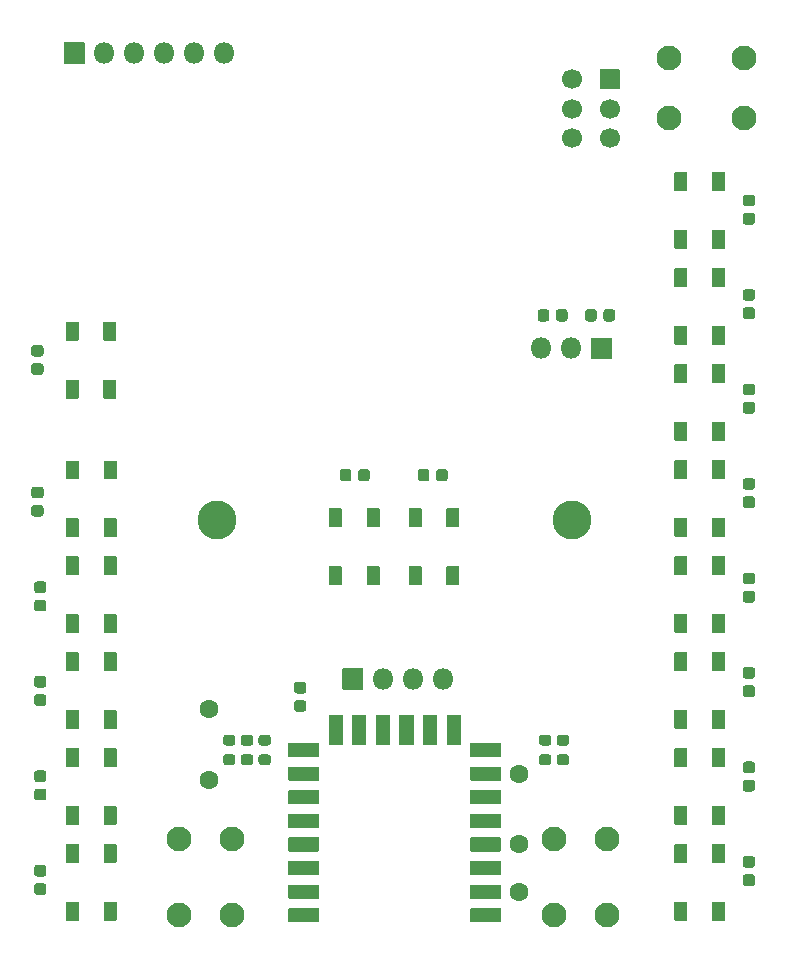
<source format=gbr>
%TF.GenerationSoftware,KiCad,Pcbnew,(5.1.7)-1*%
%TF.CreationDate,2020-10-27T19:53:13+01:00*%
%TF.ProjectId,Spytag,53707974-6167-42e6-9b69-6361645f7063,rev?*%
%TF.SameCoordinates,Original*%
%TF.FileFunction,Soldermask,Top*%
%TF.FilePolarity,Negative*%
%FSLAX46Y46*%
G04 Gerber Fmt 4.6, Leading zero omitted, Abs format (unit mm)*
G04 Created by KiCad (PCBNEW (5.1.7)-1) date 2020-10-27 19:53:13*
%MOMM*%
%LPD*%
G01*
G04 APERTURE LIST*
%ADD10C,1.600000*%
%ADD11C,2.100000*%
%ADD12C,1.700000*%
%ADD13C,3.300000*%
%ADD14O,1.800000X1.800000*%
G04 APERTURE END LIST*
%TO.C,U1*%
G36*
G01*
X138000000Y-142450000D02*
X138000000Y-143550000D01*
G75*
G02*
X137950000Y-143600000I-50000J0D01*
G01*
X135450000Y-143600000D01*
G75*
G02*
X135400000Y-143550000I0J50000D01*
G01*
X135400000Y-142450000D01*
G75*
G02*
X135450000Y-142400000I50000J0D01*
G01*
X137950000Y-142400000D01*
G75*
G02*
X138000000Y-142450000I0J-50000D01*
G01*
G37*
G36*
G01*
X138000000Y-140450000D02*
X138000000Y-141550000D01*
G75*
G02*
X137950000Y-141600000I-50000J0D01*
G01*
X135450000Y-141600000D01*
G75*
G02*
X135400000Y-141550000I0J50000D01*
G01*
X135400000Y-140450000D01*
G75*
G02*
X135450000Y-140400000I50000J0D01*
G01*
X137950000Y-140400000D01*
G75*
G02*
X138000000Y-140450000I0J-50000D01*
G01*
G37*
G36*
G01*
X138000000Y-138450000D02*
X138000000Y-139550000D01*
G75*
G02*
X137950000Y-139600000I-50000J0D01*
G01*
X135450000Y-139600000D01*
G75*
G02*
X135400000Y-139550000I0J50000D01*
G01*
X135400000Y-138450000D01*
G75*
G02*
X135450000Y-138400000I50000J0D01*
G01*
X137950000Y-138400000D01*
G75*
G02*
X138000000Y-138450000I0J-50000D01*
G01*
G37*
G36*
G01*
X138000000Y-136450000D02*
X138000000Y-137550000D01*
G75*
G02*
X137950000Y-137600000I-50000J0D01*
G01*
X135450000Y-137600000D01*
G75*
G02*
X135400000Y-137550000I0J50000D01*
G01*
X135400000Y-136450000D01*
G75*
G02*
X135450000Y-136400000I50000J0D01*
G01*
X137950000Y-136400000D01*
G75*
G02*
X138000000Y-136450000I0J-50000D01*
G01*
G37*
G36*
G01*
X138000000Y-134450000D02*
X138000000Y-135550000D01*
G75*
G02*
X137950000Y-135600000I-50000J0D01*
G01*
X135450000Y-135600000D01*
G75*
G02*
X135400000Y-135550000I0J50000D01*
G01*
X135400000Y-134450000D01*
G75*
G02*
X135450000Y-134400000I50000J0D01*
G01*
X137950000Y-134400000D01*
G75*
G02*
X138000000Y-134450000I0J-50000D01*
G01*
G37*
G36*
G01*
X138000000Y-132450000D02*
X138000000Y-133550000D01*
G75*
G02*
X137950000Y-133600000I-50000J0D01*
G01*
X135450000Y-133600000D01*
G75*
G02*
X135400000Y-133550000I0J50000D01*
G01*
X135400000Y-132450000D01*
G75*
G02*
X135450000Y-132400000I50000J0D01*
G01*
X137950000Y-132400000D01*
G75*
G02*
X138000000Y-132450000I0J-50000D01*
G01*
G37*
G36*
G01*
X138000000Y-130450000D02*
X138000000Y-131550000D01*
G75*
G02*
X137950000Y-131600000I-50000J0D01*
G01*
X135450000Y-131600000D01*
G75*
G02*
X135400000Y-131550000I0J50000D01*
G01*
X135400000Y-130450000D01*
G75*
G02*
X135450000Y-130400000I50000J0D01*
G01*
X137950000Y-130400000D01*
G75*
G02*
X138000000Y-130450000I0J-50000D01*
G01*
G37*
G36*
G01*
X138000000Y-128450000D02*
X138000000Y-129550000D01*
G75*
G02*
X137950000Y-129600000I-50000J0D01*
G01*
X135450000Y-129600000D01*
G75*
G02*
X135400000Y-129550000I0J50000D01*
G01*
X135400000Y-128450000D01*
G75*
G02*
X135450000Y-128400000I50000J0D01*
G01*
X137950000Y-128400000D01*
G75*
G02*
X138000000Y-128450000I0J-50000D01*
G01*
G37*
G36*
G01*
X122600000Y-128450000D02*
X122600000Y-129550000D01*
G75*
G02*
X122550000Y-129600000I-50000J0D01*
G01*
X120050000Y-129600000D01*
G75*
G02*
X120000000Y-129550000I0J50000D01*
G01*
X120000000Y-128450000D01*
G75*
G02*
X120050000Y-128400000I50000J0D01*
G01*
X122550000Y-128400000D01*
G75*
G02*
X122600000Y-128450000I0J-50000D01*
G01*
G37*
G36*
G01*
X122600000Y-130450000D02*
X122600000Y-131550000D01*
G75*
G02*
X122550000Y-131600000I-50000J0D01*
G01*
X120050000Y-131600000D01*
G75*
G02*
X120000000Y-131550000I0J50000D01*
G01*
X120000000Y-130450000D01*
G75*
G02*
X120050000Y-130400000I50000J0D01*
G01*
X122550000Y-130400000D01*
G75*
G02*
X122600000Y-130450000I0J-50000D01*
G01*
G37*
G36*
G01*
X122600000Y-132450000D02*
X122600000Y-133550000D01*
G75*
G02*
X122550000Y-133600000I-50000J0D01*
G01*
X120050000Y-133600000D01*
G75*
G02*
X120000000Y-133550000I0J50000D01*
G01*
X120000000Y-132450000D01*
G75*
G02*
X120050000Y-132400000I50000J0D01*
G01*
X122550000Y-132400000D01*
G75*
G02*
X122600000Y-132450000I0J-50000D01*
G01*
G37*
G36*
G01*
X122600000Y-134450000D02*
X122600000Y-135550000D01*
G75*
G02*
X122550000Y-135600000I-50000J0D01*
G01*
X120050000Y-135600000D01*
G75*
G02*
X120000000Y-135550000I0J50000D01*
G01*
X120000000Y-134450000D01*
G75*
G02*
X120050000Y-134400000I50000J0D01*
G01*
X122550000Y-134400000D01*
G75*
G02*
X122600000Y-134450000I0J-50000D01*
G01*
G37*
G36*
G01*
X122600000Y-136450000D02*
X122600000Y-137550000D01*
G75*
G02*
X122550000Y-137600000I-50000J0D01*
G01*
X120050000Y-137600000D01*
G75*
G02*
X120000000Y-137550000I0J50000D01*
G01*
X120000000Y-136450000D01*
G75*
G02*
X120050000Y-136400000I50000J0D01*
G01*
X122550000Y-136400000D01*
G75*
G02*
X122600000Y-136450000I0J-50000D01*
G01*
G37*
G36*
G01*
X122600000Y-138450000D02*
X122600000Y-139550000D01*
G75*
G02*
X122550000Y-139600000I-50000J0D01*
G01*
X120050000Y-139600000D01*
G75*
G02*
X120000000Y-139550000I0J50000D01*
G01*
X120000000Y-138450000D01*
G75*
G02*
X120050000Y-138400000I50000J0D01*
G01*
X122550000Y-138400000D01*
G75*
G02*
X122600000Y-138450000I0J-50000D01*
G01*
G37*
G36*
G01*
X122600000Y-140450000D02*
X122600000Y-141550000D01*
G75*
G02*
X122550000Y-141600000I-50000J0D01*
G01*
X120050000Y-141600000D01*
G75*
G02*
X120000000Y-141550000I0J50000D01*
G01*
X120000000Y-140450000D01*
G75*
G02*
X120050000Y-140400000I50000J0D01*
G01*
X122550000Y-140400000D01*
G75*
G02*
X122600000Y-140450000I0J-50000D01*
G01*
G37*
G36*
G01*
X122600000Y-142450000D02*
X122600000Y-143550000D01*
G75*
G02*
X122550000Y-143600000I-50000J0D01*
G01*
X120050000Y-143600000D01*
G75*
G02*
X120000000Y-143550000I0J50000D01*
G01*
X120000000Y-142450000D01*
G75*
G02*
X120050000Y-142400000I50000J0D01*
G01*
X122550000Y-142400000D01*
G75*
G02*
X122600000Y-142450000I0J-50000D01*
G01*
G37*
G36*
G01*
X133460000Y-126000000D02*
X134560000Y-126000000D01*
G75*
G02*
X134610000Y-126050000I0J-50000D01*
G01*
X134610000Y-128550000D01*
G75*
G02*
X134560000Y-128600000I-50000J0D01*
G01*
X133460000Y-128600000D01*
G75*
G02*
X133410000Y-128550000I0J50000D01*
G01*
X133410000Y-126050000D01*
G75*
G02*
X133460000Y-126000000I50000J0D01*
G01*
G37*
G36*
G01*
X131460000Y-126000000D02*
X132560000Y-126000000D01*
G75*
G02*
X132610000Y-126050000I0J-50000D01*
G01*
X132610000Y-128550000D01*
G75*
G02*
X132560000Y-128600000I-50000J0D01*
G01*
X131460000Y-128600000D01*
G75*
G02*
X131410000Y-128550000I0J50000D01*
G01*
X131410000Y-126050000D01*
G75*
G02*
X131460000Y-126000000I50000J0D01*
G01*
G37*
G36*
G01*
X129460000Y-126000000D02*
X130560000Y-126000000D01*
G75*
G02*
X130610000Y-126050000I0J-50000D01*
G01*
X130610000Y-128550000D01*
G75*
G02*
X130560000Y-128600000I-50000J0D01*
G01*
X129460000Y-128600000D01*
G75*
G02*
X129410000Y-128550000I0J50000D01*
G01*
X129410000Y-126050000D01*
G75*
G02*
X129460000Y-126000000I50000J0D01*
G01*
G37*
G36*
G01*
X127460000Y-126000000D02*
X128560000Y-126000000D01*
G75*
G02*
X128610000Y-126050000I0J-50000D01*
G01*
X128610000Y-128550000D01*
G75*
G02*
X128560000Y-128600000I-50000J0D01*
G01*
X127460000Y-128600000D01*
G75*
G02*
X127410000Y-128550000I0J50000D01*
G01*
X127410000Y-126050000D01*
G75*
G02*
X127460000Y-126000000I50000J0D01*
G01*
G37*
G36*
G01*
X125460000Y-126000000D02*
X126560000Y-126000000D01*
G75*
G02*
X126610000Y-126050000I0J-50000D01*
G01*
X126610000Y-128550000D01*
G75*
G02*
X126560000Y-128600000I-50000J0D01*
G01*
X125460000Y-128600000D01*
G75*
G02*
X125410000Y-128550000I0J50000D01*
G01*
X125410000Y-126050000D01*
G75*
G02*
X125460000Y-126000000I50000J0D01*
G01*
G37*
G36*
G01*
X123460000Y-126000000D02*
X124560000Y-126000000D01*
G75*
G02*
X124610000Y-126050000I0J-50000D01*
G01*
X124610000Y-128550000D01*
G75*
G02*
X124560000Y-128600000I-50000J0D01*
G01*
X123460000Y-128600000D01*
G75*
G02*
X123410000Y-128550000I0J50000D01*
G01*
X123410000Y-126050000D01*
G75*
G02*
X123460000Y-126000000I50000J0D01*
G01*
G37*
%TD*%
D10*
%TO.C,TP1*%
X139500000Y-131000000D03*
%TD*%
%TO.C,TP2*%
X139500000Y-137000000D03*
%TD*%
%TO.C,TP3*%
X139500000Y-141000000D03*
%TD*%
D11*
%TO.C,BT1*%
X152190000Y-75460000D03*
X158540000Y-75460000D03*
X158540000Y-70380000D03*
X152190000Y-70380000D03*
%TD*%
%TO.C,C1*%
G36*
G01*
X126899000Y-105461000D02*
X126899000Y-106011000D01*
G75*
G02*
X126649000Y-106261000I-250000J0D01*
G01*
X126149000Y-106261000D01*
G75*
G02*
X125899000Y-106011000I0J250000D01*
G01*
X125899000Y-105461000D01*
G75*
G02*
X126149000Y-105211000I250000J0D01*
G01*
X126649000Y-105211000D01*
G75*
G02*
X126899000Y-105461000I0J-250000D01*
G01*
G37*
G36*
G01*
X125349000Y-105461000D02*
X125349000Y-106011000D01*
G75*
G02*
X125099000Y-106261000I-250000J0D01*
G01*
X124599000Y-106261000D01*
G75*
G02*
X124349000Y-106011000I0J250000D01*
G01*
X124349000Y-105461000D01*
G75*
G02*
X124599000Y-105211000I250000J0D01*
G01*
X125099000Y-105211000D01*
G75*
G02*
X125349000Y-105461000I0J-250000D01*
G01*
G37*
%TD*%
%TO.C,C2*%
G36*
G01*
X131953000Y-105461000D02*
X131953000Y-106011000D01*
G75*
G02*
X131703000Y-106261000I-250000J0D01*
G01*
X131203000Y-106261000D01*
G75*
G02*
X130953000Y-106011000I0J250000D01*
G01*
X130953000Y-105461000D01*
G75*
G02*
X131203000Y-105211000I250000J0D01*
G01*
X131703000Y-105211000D01*
G75*
G02*
X131953000Y-105461000I0J-250000D01*
G01*
G37*
G36*
G01*
X133503000Y-105461000D02*
X133503000Y-106011000D01*
G75*
G02*
X133253000Y-106261000I-250000J0D01*
G01*
X132753000Y-106261000D01*
G75*
G02*
X132503000Y-106011000I0J250000D01*
G01*
X132503000Y-105461000D01*
G75*
G02*
X132753000Y-105211000I250000J0D01*
G01*
X133253000Y-105211000D01*
G75*
G02*
X133503000Y-105461000I0J-250000D01*
G01*
G37*
%TD*%
%TO.C,C3*%
G36*
G01*
X158725000Y-137975000D02*
X159275000Y-137975000D01*
G75*
G02*
X159525000Y-138225000I0J-250000D01*
G01*
X159525000Y-138725000D01*
G75*
G02*
X159275000Y-138975000I-250000J0D01*
G01*
X158725000Y-138975000D01*
G75*
G02*
X158475000Y-138725000I0J250000D01*
G01*
X158475000Y-138225000D01*
G75*
G02*
X158725000Y-137975000I250000J0D01*
G01*
G37*
G36*
G01*
X158725000Y-139525000D02*
X159275000Y-139525000D01*
G75*
G02*
X159525000Y-139775000I0J-250000D01*
G01*
X159525000Y-140275000D01*
G75*
G02*
X159275000Y-140525000I-250000J0D01*
G01*
X158725000Y-140525000D01*
G75*
G02*
X158475000Y-140275000I0J250000D01*
G01*
X158475000Y-139775000D01*
G75*
G02*
X158725000Y-139525000I250000J0D01*
G01*
G37*
%TD*%
%TO.C,C4*%
G36*
G01*
X158725000Y-131525000D02*
X159275000Y-131525000D01*
G75*
G02*
X159525000Y-131775000I0J-250000D01*
G01*
X159525000Y-132275000D01*
G75*
G02*
X159275000Y-132525000I-250000J0D01*
G01*
X158725000Y-132525000D01*
G75*
G02*
X158475000Y-132275000I0J250000D01*
G01*
X158475000Y-131775000D01*
G75*
G02*
X158725000Y-131525000I250000J0D01*
G01*
G37*
G36*
G01*
X158725000Y-129975000D02*
X159275000Y-129975000D01*
G75*
G02*
X159525000Y-130225000I0J-250000D01*
G01*
X159525000Y-130725000D01*
G75*
G02*
X159275000Y-130975000I-250000J0D01*
G01*
X158725000Y-130975000D01*
G75*
G02*
X158475000Y-130725000I0J250000D01*
G01*
X158475000Y-130225000D01*
G75*
G02*
X158725000Y-129975000I250000J0D01*
G01*
G37*
%TD*%
%TO.C,C5*%
G36*
G01*
X158725000Y-123525000D02*
X159275000Y-123525000D01*
G75*
G02*
X159525000Y-123775000I0J-250000D01*
G01*
X159525000Y-124275000D01*
G75*
G02*
X159275000Y-124525000I-250000J0D01*
G01*
X158725000Y-124525000D01*
G75*
G02*
X158475000Y-124275000I0J250000D01*
G01*
X158475000Y-123775000D01*
G75*
G02*
X158725000Y-123525000I250000J0D01*
G01*
G37*
G36*
G01*
X158725000Y-121975000D02*
X159275000Y-121975000D01*
G75*
G02*
X159525000Y-122225000I0J-250000D01*
G01*
X159525000Y-122725000D01*
G75*
G02*
X159275000Y-122975000I-250000J0D01*
G01*
X158725000Y-122975000D01*
G75*
G02*
X158475000Y-122725000I0J250000D01*
G01*
X158475000Y-122225000D01*
G75*
G02*
X158725000Y-121975000I250000J0D01*
G01*
G37*
%TD*%
%TO.C,C6*%
G36*
G01*
X158725000Y-113975000D02*
X159275000Y-113975000D01*
G75*
G02*
X159525000Y-114225000I0J-250000D01*
G01*
X159525000Y-114725000D01*
G75*
G02*
X159275000Y-114975000I-250000J0D01*
G01*
X158725000Y-114975000D01*
G75*
G02*
X158475000Y-114725000I0J250000D01*
G01*
X158475000Y-114225000D01*
G75*
G02*
X158725000Y-113975000I250000J0D01*
G01*
G37*
G36*
G01*
X158725000Y-115525000D02*
X159275000Y-115525000D01*
G75*
G02*
X159525000Y-115775000I0J-250000D01*
G01*
X159525000Y-116275000D01*
G75*
G02*
X159275000Y-116525000I-250000J0D01*
G01*
X158725000Y-116525000D01*
G75*
G02*
X158475000Y-116275000I0J250000D01*
G01*
X158475000Y-115775000D01*
G75*
G02*
X158725000Y-115525000I250000J0D01*
G01*
G37*
%TD*%
%TO.C,C7*%
G36*
G01*
X158725000Y-107525000D02*
X159275000Y-107525000D01*
G75*
G02*
X159525000Y-107775000I0J-250000D01*
G01*
X159525000Y-108275000D01*
G75*
G02*
X159275000Y-108525000I-250000J0D01*
G01*
X158725000Y-108525000D01*
G75*
G02*
X158475000Y-108275000I0J250000D01*
G01*
X158475000Y-107775000D01*
G75*
G02*
X158725000Y-107525000I250000J0D01*
G01*
G37*
G36*
G01*
X158725000Y-105975000D02*
X159275000Y-105975000D01*
G75*
G02*
X159525000Y-106225000I0J-250000D01*
G01*
X159525000Y-106725000D01*
G75*
G02*
X159275000Y-106975000I-250000J0D01*
G01*
X158725000Y-106975000D01*
G75*
G02*
X158475000Y-106725000I0J250000D01*
G01*
X158475000Y-106225000D01*
G75*
G02*
X158725000Y-105975000I250000J0D01*
G01*
G37*
%TD*%
%TO.C,C8*%
G36*
G01*
X158725000Y-99525000D02*
X159275000Y-99525000D01*
G75*
G02*
X159525000Y-99775000I0J-250000D01*
G01*
X159525000Y-100275000D01*
G75*
G02*
X159275000Y-100525000I-250000J0D01*
G01*
X158725000Y-100525000D01*
G75*
G02*
X158475000Y-100275000I0J250000D01*
G01*
X158475000Y-99775000D01*
G75*
G02*
X158725000Y-99525000I250000J0D01*
G01*
G37*
G36*
G01*
X158725000Y-97975000D02*
X159275000Y-97975000D01*
G75*
G02*
X159525000Y-98225000I0J-250000D01*
G01*
X159525000Y-98725000D01*
G75*
G02*
X159275000Y-98975000I-250000J0D01*
G01*
X158725000Y-98975000D01*
G75*
G02*
X158475000Y-98725000I0J250000D01*
G01*
X158475000Y-98225000D01*
G75*
G02*
X158725000Y-97975000I250000J0D01*
G01*
G37*
%TD*%
%TO.C,C9*%
G36*
G01*
X158725000Y-89975000D02*
X159275000Y-89975000D01*
G75*
G02*
X159525000Y-90225000I0J-250000D01*
G01*
X159525000Y-90725000D01*
G75*
G02*
X159275000Y-90975000I-250000J0D01*
G01*
X158725000Y-90975000D01*
G75*
G02*
X158475000Y-90725000I0J250000D01*
G01*
X158475000Y-90225000D01*
G75*
G02*
X158725000Y-89975000I250000J0D01*
G01*
G37*
G36*
G01*
X158725000Y-91525000D02*
X159275000Y-91525000D01*
G75*
G02*
X159525000Y-91775000I0J-250000D01*
G01*
X159525000Y-92275000D01*
G75*
G02*
X159275000Y-92525000I-250000J0D01*
G01*
X158725000Y-92525000D01*
G75*
G02*
X158475000Y-92275000I0J250000D01*
G01*
X158475000Y-91775000D01*
G75*
G02*
X158725000Y-91525000I250000J0D01*
G01*
G37*
%TD*%
%TO.C,C10*%
G36*
G01*
X158725000Y-83525000D02*
X159275000Y-83525000D01*
G75*
G02*
X159525000Y-83775000I0J-250000D01*
G01*
X159525000Y-84275000D01*
G75*
G02*
X159275000Y-84525000I-250000J0D01*
G01*
X158725000Y-84525000D01*
G75*
G02*
X158475000Y-84275000I0J250000D01*
G01*
X158475000Y-83775000D01*
G75*
G02*
X158725000Y-83525000I250000J0D01*
G01*
G37*
G36*
G01*
X158725000Y-81975000D02*
X159275000Y-81975000D01*
G75*
G02*
X159525000Y-82225000I0J-250000D01*
G01*
X159525000Y-82725000D01*
G75*
G02*
X159275000Y-82975000I-250000J0D01*
G01*
X158725000Y-82975000D01*
G75*
G02*
X158475000Y-82725000I0J250000D01*
G01*
X158475000Y-82225000D01*
G75*
G02*
X158725000Y-81975000I250000J0D01*
G01*
G37*
%TD*%
%TO.C,C11*%
G36*
G01*
X98725000Y-138725000D02*
X99275000Y-138725000D01*
G75*
G02*
X99525000Y-138975000I0J-250000D01*
G01*
X99525000Y-139475000D01*
G75*
G02*
X99275000Y-139725000I-250000J0D01*
G01*
X98725000Y-139725000D01*
G75*
G02*
X98475000Y-139475000I0J250000D01*
G01*
X98475000Y-138975000D01*
G75*
G02*
X98725000Y-138725000I250000J0D01*
G01*
G37*
G36*
G01*
X98725000Y-140275000D02*
X99275000Y-140275000D01*
G75*
G02*
X99525000Y-140525000I0J-250000D01*
G01*
X99525000Y-141025000D01*
G75*
G02*
X99275000Y-141275000I-250000J0D01*
G01*
X98725000Y-141275000D01*
G75*
G02*
X98475000Y-141025000I0J250000D01*
G01*
X98475000Y-140525000D01*
G75*
G02*
X98725000Y-140275000I250000J0D01*
G01*
G37*
%TD*%
%TO.C,C12*%
G36*
G01*
X98725000Y-130725000D02*
X99275000Y-130725000D01*
G75*
G02*
X99525000Y-130975000I0J-250000D01*
G01*
X99525000Y-131475000D01*
G75*
G02*
X99275000Y-131725000I-250000J0D01*
G01*
X98725000Y-131725000D01*
G75*
G02*
X98475000Y-131475000I0J250000D01*
G01*
X98475000Y-130975000D01*
G75*
G02*
X98725000Y-130725000I250000J0D01*
G01*
G37*
G36*
G01*
X98725000Y-132275000D02*
X99275000Y-132275000D01*
G75*
G02*
X99525000Y-132525000I0J-250000D01*
G01*
X99525000Y-133025000D01*
G75*
G02*
X99275000Y-133275000I-250000J0D01*
G01*
X98725000Y-133275000D01*
G75*
G02*
X98475000Y-133025000I0J250000D01*
G01*
X98475000Y-132525000D01*
G75*
G02*
X98725000Y-132275000I250000J0D01*
G01*
G37*
%TD*%
%TO.C,C13*%
G36*
G01*
X98725000Y-122725000D02*
X99275000Y-122725000D01*
G75*
G02*
X99525000Y-122975000I0J-250000D01*
G01*
X99525000Y-123475000D01*
G75*
G02*
X99275000Y-123725000I-250000J0D01*
G01*
X98725000Y-123725000D01*
G75*
G02*
X98475000Y-123475000I0J250000D01*
G01*
X98475000Y-122975000D01*
G75*
G02*
X98725000Y-122725000I250000J0D01*
G01*
G37*
G36*
G01*
X98725000Y-124275000D02*
X99275000Y-124275000D01*
G75*
G02*
X99525000Y-124525000I0J-250000D01*
G01*
X99525000Y-125025000D01*
G75*
G02*
X99275000Y-125275000I-250000J0D01*
G01*
X98725000Y-125275000D01*
G75*
G02*
X98475000Y-125025000I0J250000D01*
G01*
X98475000Y-124525000D01*
G75*
G02*
X98725000Y-124275000I250000J0D01*
G01*
G37*
%TD*%
%TO.C,C14*%
G36*
G01*
X98725000Y-116275000D02*
X99275000Y-116275000D01*
G75*
G02*
X99525000Y-116525000I0J-250000D01*
G01*
X99525000Y-117025000D01*
G75*
G02*
X99275000Y-117275000I-250000J0D01*
G01*
X98725000Y-117275000D01*
G75*
G02*
X98475000Y-117025000I0J250000D01*
G01*
X98475000Y-116525000D01*
G75*
G02*
X98725000Y-116275000I250000J0D01*
G01*
G37*
G36*
G01*
X98725000Y-114725000D02*
X99275000Y-114725000D01*
G75*
G02*
X99525000Y-114975000I0J-250000D01*
G01*
X99525000Y-115475000D01*
G75*
G02*
X99275000Y-115725000I-250000J0D01*
G01*
X98725000Y-115725000D01*
G75*
G02*
X98475000Y-115475000I0J250000D01*
G01*
X98475000Y-114975000D01*
G75*
G02*
X98725000Y-114725000I250000J0D01*
G01*
G37*
%TD*%
%TO.C,C15*%
G36*
G01*
X98475000Y-106700000D02*
X99025000Y-106700000D01*
G75*
G02*
X99275000Y-106950000I0J-250000D01*
G01*
X99275000Y-107450000D01*
G75*
G02*
X99025000Y-107700000I-250000J0D01*
G01*
X98475000Y-107700000D01*
G75*
G02*
X98225000Y-107450000I0J250000D01*
G01*
X98225000Y-106950000D01*
G75*
G02*
X98475000Y-106700000I250000J0D01*
G01*
G37*
G36*
G01*
X98475000Y-108250000D02*
X99025000Y-108250000D01*
G75*
G02*
X99275000Y-108500000I0J-250000D01*
G01*
X99275000Y-109000000D01*
G75*
G02*
X99025000Y-109250000I-250000J0D01*
G01*
X98475000Y-109250000D01*
G75*
G02*
X98225000Y-109000000I0J250000D01*
G01*
X98225000Y-108500000D01*
G75*
G02*
X98475000Y-108250000I250000J0D01*
G01*
G37*
%TD*%
%TO.C,C16*%
G36*
G01*
X98475000Y-96250000D02*
X99025000Y-96250000D01*
G75*
G02*
X99275000Y-96500000I0J-250000D01*
G01*
X99275000Y-97000000D01*
G75*
G02*
X99025000Y-97250000I-250000J0D01*
G01*
X98475000Y-97250000D01*
G75*
G02*
X98225000Y-97000000I0J250000D01*
G01*
X98225000Y-96500000D01*
G75*
G02*
X98475000Y-96250000I250000J0D01*
G01*
G37*
G36*
G01*
X98475000Y-94700000D02*
X99025000Y-94700000D01*
G75*
G02*
X99275000Y-94950000I0J-250000D01*
G01*
X99275000Y-95450000D01*
G75*
G02*
X99025000Y-95700000I-250000J0D01*
G01*
X98475000Y-95700000D01*
G75*
G02*
X98225000Y-95450000I0J250000D01*
G01*
X98225000Y-94950000D01*
G75*
G02*
X98475000Y-94700000I250000J0D01*
G01*
G37*
%TD*%
%TO.C,C17*%
G36*
G01*
X120725000Y-124775000D02*
X121275000Y-124775000D01*
G75*
G02*
X121525000Y-125025000I0J-250000D01*
G01*
X121525000Y-125525000D01*
G75*
G02*
X121275000Y-125775000I-250000J0D01*
G01*
X120725000Y-125775000D01*
G75*
G02*
X120475000Y-125525000I0J250000D01*
G01*
X120475000Y-125025000D01*
G75*
G02*
X120725000Y-124775000I250000J0D01*
G01*
G37*
G36*
G01*
X120725000Y-123225000D02*
X121275000Y-123225000D01*
G75*
G02*
X121525000Y-123475000I0J-250000D01*
G01*
X121525000Y-123975000D01*
G75*
G02*
X121275000Y-124225000I-250000J0D01*
G01*
X120725000Y-124225000D01*
G75*
G02*
X120475000Y-123975000I0J250000D01*
G01*
X120475000Y-123475000D01*
G75*
G02*
X120725000Y-123225000I250000J0D01*
G01*
G37*
%TD*%
%TO.C,C18*%
G36*
G01*
X147675000Y-91925000D02*
X147675000Y-92475000D01*
G75*
G02*
X147425000Y-92725000I-250000J0D01*
G01*
X146925000Y-92725000D01*
G75*
G02*
X146675000Y-92475000I0J250000D01*
G01*
X146675000Y-91925000D01*
G75*
G02*
X146925000Y-91675000I250000J0D01*
G01*
X147425000Y-91675000D01*
G75*
G02*
X147675000Y-91925000I0J-250000D01*
G01*
G37*
G36*
G01*
X146125000Y-91925000D02*
X146125000Y-92475000D01*
G75*
G02*
X145875000Y-92725000I-250000J0D01*
G01*
X145375000Y-92725000D01*
G75*
G02*
X145125000Y-92475000I0J250000D01*
G01*
X145125000Y-91925000D01*
G75*
G02*
X145375000Y-91675000I250000J0D01*
G01*
X145875000Y-91675000D01*
G75*
G02*
X146125000Y-91925000I0J-250000D01*
G01*
G37*
%TD*%
%TO.C,C19*%
G36*
G01*
X141100000Y-92475000D02*
X141100000Y-91925000D01*
G75*
G02*
X141350000Y-91675000I250000J0D01*
G01*
X141850000Y-91675000D01*
G75*
G02*
X142100000Y-91925000I0J-250000D01*
G01*
X142100000Y-92475000D01*
G75*
G02*
X141850000Y-92725000I-250000J0D01*
G01*
X141350000Y-92725000D01*
G75*
G02*
X141100000Y-92475000I0J250000D01*
G01*
G37*
G36*
G01*
X142650000Y-92475000D02*
X142650000Y-91925000D01*
G75*
G02*
X142900000Y-91675000I250000J0D01*
G01*
X143400000Y-91675000D01*
G75*
G02*
X143650000Y-91925000I0J-250000D01*
G01*
X143650000Y-92475000D01*
G75*
G02*
X143400000Y-92725000I-250000J0D01*
G01*
X142900000Y-92725000D01*
G75*
G02*
X142650000Y-92475000I0J250000D01*
G01*
G37*
%TD*%
%TO.C,D1*%
G36*
G01*
X126672000Y-108542000D02*
X127672000Y-108542000D01*
G75*
G02*
X127722000Y-108592000I0J-50000D01*
G01*
X127722000Y-110092000D01*
G75*
G02*
X127672000Y-110142000I-50000J0D01*
G01*
X126672000Y-110142000D01*
G75*
G02*
X126622000Y-110092000I0J50000D01*
G01*
X126622000Y-108592000D01*
G75*
G02*
X126672000Y-108542000I50000J0D01*
G01*
G37*
G36*
G01*
X123472000Y-108542000D02*
X124472000Y-108542000D01*
G75*
G02*
X124522000Y-108592000I0J-50000D01*
G01*
X124522000Y-110092000D01*
G75*
G02*
X124472000Y-110142000I-50000J0D01*
G01*
X123472000Y-110142000D01*
G75*
G02*
X123422000Y-110092000I0J50000D01*
G01*
X123422000Y-108592000D01*
G75*
G02*
X123472000Y-108542000I50000J0D01*
G01*
G37*
G36*
G01*
X126672000Y-113442000D02*
X127672000Y-113442000D01*
G75*
G02*
X127722000Y-113492000I0J-50000D01*
G01*
X127722000Y-114992000D01*
G75*
G02*
X127672000Y-115042000I-50000J0D01*
G01*
X126672000Y-115042000D01*
G75*
G02*
X126622000Y-114992000I0J50000D01*
G01*
X126622000Y-113492000D01*
G75*
G02*
X126672000Y-113442000I50000J0D01*
G01*
G37*
G36*
G01*
X123472000Y-113442000D02*
X124472000Y-113442000D01*
G75*
G02*
X124522000Y-113492000I0J-50000D01*
G01*
X124522000Y-114992000D01*
G75*
G02*
X124472000Y-115042000I-50000J0D01*
G01*
X123472000Y-115042000D01*
G75*
G02*
X123422000Y-114992000I0J50000D01*
G01*
X123422000Y-113492000D01*
G75*
G02*
X123472000Y-113442000I50000J0D01*
G01*
G37*
%TD*%
%TO.C,D2*%
G36*
G01*
X130228000Y-113442000D02*
X131228000Y-113442000D01*
G75*
G02*
X131278000Y-113492000I0J-50000D01*
G01*
X131278000Y-114992000D01*
G75*
G02*
X131228000Y-115042000I-50000J0D01*
G01*
X130228000Y-115042000D01*
G75*
G02*
X130178000Y-114992000I0J50000D01*
G01*
X130178000Y-113492000D01*
G75*
G02*
X130228000Y-113442000I50000J0D01*
G01*
G37*
G36*
G01*
X133428000Y-113442000D02*
X134428000Y-113442000D01*
G75*
G02*
X134478000Y-113492000I0J-50000D01*
G01*
X134478000Y-114992000D01*
G75*
G02*
X134428000Y-115042000I-50000J0D01*
G01*
X133428000Y-115042000D01*
G75*
G02*
X133378000Y-114992000I0J50000D01*
G01*
X133378000Y-113492000D01*
G75*
G02*
X133428000Y-113442000I50000J0D01*
G01*
G37*
G36*
G01*
X130228000Y-108542000D02*
X131228000Y-108542000D01*
G75*
G02*
X131278000Y-108592000I0J-50000D01*
G01*
X131278000Y-110092000D01*
G75*
G02*
X131228000Y-110142000I-50000J0D01*
G01*
X130228000Y-110142000D01*
G75*
G02*
X130178000Y-110092000I0J50000D01*
G01*
X130178000Y-108592000D01*
G75*
G02*
X130228000Y-108542000I50000J0D01*
G01*
G37*
G36*
G01*
X133428000Y-108542000D02*
X134428000Y-108542000D01*
G75*
G02*
X134478000Y-108592000I0J-50000D01*
G01*
X134478000Y-110092000D01*
G75*
G02*
X134428000Y-110142000I-50000J0D01*
G01*
X133428000Y-110142000D01*
G75*
G02*
X133378000Y-110092000I0J50000D01*
G01*
X133378000Y-108592000D01*
G75*
G02*
X133428000Y-108542000I50000J0D01*
G01*
G37*
%TD*%
%TO.C,D3*%
G36*
G01*
X155934000Y-136966000D02*
X156934000Y-136966000D01*
G75*
G02*
X156984000Y-137016000I0J-50000D01*
G01*
X156984000Y-138516000D01*
G75*
G02*
X156934000Y-138566000I-50000J0D01*
G01*
X155934000Y-138566000D01*
G75*
G02*
X155884000Y-138516000I0J50000D01*
G01*
X155884000Y-137016000D01*
G75*
G02*
X155934000Y-136966000I50000J0D01*
G01*
G37*
G36*
G01*
X152734000Y-136966000D02*
X153734000Y-136966000D01*
G75*
G02*
X153784000Y-137016000I0J-50000D01*
G01*
X153784000Y-138516000D01*
G75*
G02*
X153734000Y-138566000I-50000J0D01*
G01*
X152734000Y-138566000D01*
G75*
G02*
X152684000Y-138516000I0J50000D01*
G01*
X152684000Y-137016000D01*
G75*
G02*
X152734000Y-136966000I50000J0D01*
G01*
G37*
G36*
G01*
X155934000Y-141866000D02*
X156934000Y-141866000D01*
G75*
G02*
X156984000Y-141916000I0J-50000D01*
G01*
X156984000Y-143416000D01*
G75*
G02*
X156934000Y-143466000I-50000J0D01*
G01*
X155934000Y-143466000D01*
G75*
G02*
X155884000Y-143416000I0J50000D01*
G01*
X155884000Y-141916000D01*
G75*
G02*
X155934000Y-141866000I50000J0D01*
G01*
G37*
G36*
G01*
X152734000Y-141866000D02*
X153734000Y-141866000D01*
G75*
G02*
X153784000Y-141916000I0J-50000D01*
G01*
X153784000Y-143416000D01*
G75*
G02*
X153734000Y-143466000I-50000J0D01*
G01*
X152734000Y-143466000D01*
G75*
G02*
X152684000Y-143416000I0J50000D01*
G01*
X152684000Y-141916000D01*
G75*
G02*
X152734000Y-141866000I50000J0D01*
G01*
G37*
%TD*%
%TO.C,D4*%
G36*
G01*
X152734000Y-133738000D02*
X153734000Y-133738000D01*
G75*
G02*
X153784000Y-133788000I0J-50000D01*
G01*
X153784000Y-135288000D01*
G75*
G02*
X153734000Y-135338000I-50000J0D01*
G01*
X152734000Y-135338000D01*
G75*
G02*
X152684000Y-135288000I0J50000D01*
G01*
X152684000Y-133788000D01*
G75*
G02*
X152734000Y-133738000I50000J0D01*
G01*
G37*
G36*
G01*
X155934000Y-133738000D02*
X156934000Y-133738000D01*
G75*
G02*
X156984000Y-133788000I0J-50000D01*
G01*
X156984000Y-135288000D01*
G75*
G02*
X156934000Y-135338000I-50000J0D01*
G01*
X155934000Y-135338000D01*
G75*
G02*
X155884000Y-135288000I0J50000D01*
G01*
X155884000Y-133788000D01*
G75*
G02*
X155934000Y-133738000I50000J0D01*
G01*
G37*
G36*
G01*
X152734000Y-128838000D02*
X153734000Y-128838000D01*
G75*
G02*
X153784000Y-128888000I0J-50000D01*
G01*
X153784000Y-130388000D01*
G75*
G02*
X153734000Y-130438000I-50000J0D01*
G01*
X152734000Y-130438000D01*
G75*
G02*
X152684000Y-130388000I0J50000D01*
G01*
X152684000Y-128888000D01*
G75*
G02*
X152734000Y-128838000I50000J0D01*
G01*
G37*
G36*
G01*
X155934000Y-128838000D02*
X156934000Y-128838000D01*
G75*
G02*
X156984000Y-128888000I0J-50000D01*
G01*
X156984000Y-130388000D01*
G75*
G02*
X156934000Y-130438000I-50000J0D01*
G01*
X155934000Y-130438000D01*
G75*
G02*
X155884000Y-130388000I0J50000D01*
G01*
X155884000Y-128888000D01*
G75*
G02*
X155934000Y-128838000I50000J0D01*
G01*
G37*
%TD*%
%TO.C,D5*%
G36*
G01*
X152734000Y-125610000D02*
X153734000Y-125610000D01*
G75*
G02*
X153784000Y-125660000I0J-50000D01*
G01*
X153784000Y-127160000D01*
G75*
G02*
X153734000Y-127210000I-50000J0D01*
G01*
X152734000Y-127210000D01*
G75*
G02*
X152684000Y-127160000I0J50000D01*
G01*
X152684000Y-125660000D01*
G75*
G02*
X152734000Y-125610000I50000J0D01*
G01*
G37*
G36*
G01*
X155934000Y-125610000D02*
X156934000Y-125610000D01*
G75*
G02*
X156984000Y-125660000I0J-50000D01*
G01*
X156984000Y-127160000D01*
G75*
G02*
X156934000Y-127210000I-50000J0D01*
G01*
X155934000Y-127210000D01*
G75*
G02*
X155884000Y-127160000I0J50000D01*
G01*
X155884000Y-125660000D01*
G75*
G02*
X155934000Y-125610000I50000J0D01*
G01*
G37*
G36*
G01*
X152734000Y-120710000D02*
X153734000Y-120710000D01*
G75*
G02*
X153784000Y-120760000I0J-50000D01*
G01*
X153784000Y-122260000D01*
G75*
G02*
X153734000Y-122310000I-50000J0D01*
G01*
X152734000Y-122310000D01*
G75*
G02*
X152684000Y-122260000I0J50000D01*
G01*
X152684000Y-120760000D01*
G75*
G02*
X152734000Y-120710000I50000J0D01*
G01*
G37*
G36*
G01*
X155934000Y-120710000D02*
X156934000Y-120710000D01*
G75*
G02*
X156984000Y-120760000I0J-50000D01*
G01*
X156984000Y-122260000D01*
G75*
G02*
X156934000Y-122310000I-50000J0D01*
G01*
X155934000Y-122310000D01*
G75*
G02*
X155884000Y-122260000I0J50000D01*
G01*
X155884000Y-120760000D01*
G75*
G02*
X155934000Y-120710000I50000J0D01*
G01*
G37*
%TD*%
%TO.C,D6*%
G36*
G01*
X155934000Y-112582000D02*
X156934000Y-112582000D01*
G75*
G02*
X156984000Y-112632000I0J-50000D01*
G01*
X156984000Y-114132000D01*
G75*
G02*
X156934000Y-114182000I-50000J0D01*
G01*
X155934000Y-114182000D01*
G75*
G02*
X155884000Y-114132000I0J50000D01*
G01*
X155884000Y-112632000D01*
G75*
G02*
X155934000Y-112582000I50000J0D01*
G01*
G37*
G36*
G01*
X152734000Y-112582000D02*
X153734000Y-112582000D01*
G75*
G02*
X153784000Y-112632000I0J-50000D01*
G01*
X153784000Y-114132000D01*
G75*
G02*
X153734000Y-114182000I-50000J0D01*
G01*
X152734000Y-114182000D01*
G75*
G02*
X152684000Y-114132000I0J50000D01*
G01*
X152684000Y-112632000D01*
G75*
G02*
X152734000Y-112582000I50000J0D01*
G01*
G37*
G36*
G01*
X155934000Y-117482000D02*
X156934000Y-117482000D01*
G75*
G02*
X156984000Y-117532000I0J-50000D01*
G01*
X156984000Y-119032000D01*
G75*
G02*
X156934000Y-119082000I-50000J0D01*
G01*
X155934000Y-119082000D01*
G75*
G02*
X155884000Y-119032000I0J50000D01*
G01*
X155884000Y-117532000D01*
G75*
G02*
X155934000Y-117482000I50000J0D01*
G01*
G37*
G36*
G01*
X152734000Y-117482000D02*
X153734000Y-117482000D01*
G75*
G02*
X153784000Y-117532000I0J-50000D01*
G01*
X153784000Y-119032000D01*
G75*
G02*
X153734000Y-119082000I-50000J0D01*
G01*
X152734000Y-119082000D01*
G75*
G02*
X152684000Y-119032000I0J50000D01*
G01*
X152684000Y-117532000D01*
G75*
G02*
X152734000Y-117482000I50000J0D01*
G01*
G37*
%TD*%
%TO.C,D7*%
G36*
G01*
X152734000Y-109354000D02*
X153734000Y-109354000D01*
G75*
G02*
X153784000Y-109404000I0J-50000D01*
G01*
X153784000Y-110904000D01*
G75*
G02*
X153734000Y-110954000I-50000J0D01*
G01*
X152734000Y-110954000D01*
G75*
G02*
X152684000Y-110904000I0J50000D01*
G01*
X152684000Y-109404000D01*
G75*
G02*
X152734000Y-109354000I50000J0D01*
G01*
G37*
G36*
G01*
X155934000Y-109354000D02*
X156934000Y-109354000D01*
G75*
G02*
X156984000Y-109404000I0J-50000D01*
G01*
X156984000Y-110904000D01*
G75*
G02*
X156934000Y-110954000I-50000J0D01*
G01*
X155934000Y-110954000D01*
G75*
G02*
X155884000Y-110904000I0J50000D01*
G01*
X155884000Y-109404000D01*
G75*
G02*
X155934000Y-109354000I50000J0D01*
G01*
G37*
G36*
G01*
X152734000Y-104454000D02*
X153734000Y-104454000D01*
G75*
G02*
X153784000Y-104504000I0J-50000D01*
G01*
X153784000Y-106004000D01*
G75*
G02*
X153734000Y-106054000I-50000J0D01*
G01*
X152734000Y-106054000D01*
G75*
G02*
X152684000Y-106004000I0J50000D01*
G01*
X152684000Y-104504000D01*
G75*
G02*
X152734000Y-104454000I50000J0D01*
G01*
G37*
G36*
G01*
X155934000Y-104454000D02*
X156934000Y-104454000D01*
G75*
G02*
X156984000Y-104504000I0J-50000D01*
G01*
X156984000Y-106004000D01*
G75*
G02*
X156934000Y-106054000I-50000J0D01*
G01*
X155934000Y-106054000D01*
G75*
G02*
X155884000Y-106004000I0J50000D01*
G01*
X155884000Y-104504000D01*
G75*
G02*
X155934000Y-104454000I50000J0D01*
G01*
G37*
%TD*%
%TO.C,D8*%
G36*
G01*
X155934000Y-96326000D02*
X156934000Y-96326000D01*
G75*
G02*
X156984000Y-96376000I0J-50000D01*
G01*
X156984000Y-97876000D01*
G75*
G02*
X156934000Y-97926000I-50000J0D01*
G01*
X155934000Y-97926000D01*
G75*
G02*
X155884000Y-97876000I0J50000D01*
G01*
X155884000Y-96376000D01*
G75*
G02*
X155934000Y-96326000I50000J0D01*
G01*
G37*
G36*
G01*
X152734000Y-96326000D02*
X153734000Y-96326000D01*
G75*
G02*
X153784000Y-96376000I0J-50000D01*
G01*
X153784000Y-97876000D01*
G75*
G02*
X153734000Y-97926000I-50000J0D01*
G01*
X152734000Y-97926000D01*
G75*
G02*
X152684000Y-97876000I0J50000D01*
G01*
X152684000Y-96376000D01*
G75*
G02*
X152734000Y-96326000I50000J0D01*
G01*
G37*
G36*
G01*
X155934000Y-101226000D02*
X156934000Y-101226000D01*
G75*
G02*
X156984000Y-101276000I0J-50000D01*
G01*
X156984000Y-102776000D01*
G75*
G02*
X156934000Y-102826000I-50000J0D01*
G01*
X155934000Y-102826000D01*
G75*
G02*
X155884000Y-102776000I0J50000D01*
G01*
X155884000Y-101276000D01*
G75*
G02*
X155934000Y-101226000I50000J0D01*
G01*
G37*
G36*
G01*
X152734000Y-101226000D02*
X153734000Y-101226000D01*
G75*
G02*
X153784000Y-101276000I0J-50000D01*
G01*
X153784000Y-102776000D01*
G75*
G02*
X153734000Y-102826000I-50000J0D01*
G01*
X152734000Y-102826000D01*
G75*
G02*
X152684000Y-102776000I0J50000D01*
G01*
X152684000Y-101276000D01*
G75*
G02*
X152734000Y-101226000I50000J0D01*
G01*
G37*
%TD*%
%TO.C,D9*%
G36*
G01*
X152734000Y-93098000D02*
X153734000Y-93098000D01*
G75*
G02*
X153784000Y-93148000I0J-50000D01*
G01*
X153784000Y-94648000D01*
G75*
G02*
X153734000Y-94698000I-50000J0D01*
G01*
X152734000Y-94698000D01*
G75*
G02*
X152684000Y-94648000I0J50000D01*
G01*
X152684000Y-93148000D01*
G75*
G02*
X152734000Y-93098000I50000J0D01*
G01*
G37*
G36*
G01*
X155934000Y-93098000D02*
X156934000Y-93098000D01*
G75*
G02*
X156984000Y-93148000I0J-50000D01*
G01*
X156984000Y-94648000D01*
G75*
G02*
X156934000Y-94698000I-50000J0D01*
G01*
X155934000Y-94698000D01*
G75*
G02*
X155884000Y-94648000I0J50000D01*
G01*
X155884000Y-93148000D01*
G75*
G02*
X155934000Y-93098000I50000J0D01*
G01*
G37*
G36*
G01*
X152734000Y-88198000D02*
X153734000Y-88198000D01*
G75*
G02*
X153784000Y-88248000I0J-50000D01*
G01*
X153784000Y-89748000D01*
G75*
G02*
X153734000Y-89798000I-50000J0D01*
G01*
X152734000Y-89798000D01*
G75*
G02*
X152684000Y-89748000I0J50000D01*
G01*
X152684000Y-88248000D01*
G75*
G02*
X152734000Y-88198000I50000J0D01*
G01*
G37*
G36*
G01*
X155934000Y-88198000D02*
X156934000Y-88198000D01*
G75*
G02*
X156984000Y-88248000I0J-50000D01*
G01*
X156984000Y-89748000D01*
G75*
G02*
X156934000Y-89798000I-50000J0D01*
G01*
X155934000Y-89798000D01*
G75*
G02*
X155884000Y-89748000I0J50000D01*
G01*
X155884000Y-88248000D01*
G75*
G02*
X155934000Y-88198000I50000J0D01*
G01*
G37*
%TD*%
%TO.C,D10*%
G36*
G01*
X155934000Y-80070000D02*
X156934000Y-80070000D01*
G75*
G02*
X156984000Y-80120000I0J-50000D01*
G01*
X156984000Y-81620000D01*
G75*
G02*
X156934000Y-81670000I-50000J0D01*
G01*
X155934000Y-81670000D01*
G75*
G02*
X155884000Y-81620000I0J50000D01*
G01*
X155884000Y-80120000D01*
G75*
G02*
X155934000Y-80070000I50000J0D01*
G01*
G37*
G36*
G01*
X152734000Y-80070000D02*
X153734000Y-80070000D01*
G75*
G02*
X153784000Y-80120000I0J-50000D01*
G01*
X153784000Y-81620000D01*
G75*
G02*
X153734000Y-81670000I-50000J0D01*
G01*
X152734000Y-81670000D01*
G75*
G02*
X152684000Y-81620000I0J50000D01*
G01*
X152684000Y-80120000D01*
G75*
G02*
X152734000Y-80070000I50000J0D01*
G01*
G37*
G36*
G01*
X155934000Y-84970000D02*
X156934000Y-84970000D01*
G75*
G02*
X156984000Y-85020000I0J-50000D01*
G01*
X156984000Y-86520000D01*
G75*
G02*
X156934000Y-86570000I-50000J0D01*
G01*
X155934000Y-86570000D01*
G75*
G02*
X155884000Y-86520000I0J50000D01*
G01*
X155884000Y-85020000D01*
G75*
G02*
X155934000Y-84970000I50000J0D01*
G01*
G37*
G36*
G01*
X152734000Y-84970000D02*
X153734000Y-84970000D01*
G75*
G02*
X153784000Y-85020000I0J-50000D01*
G01*
X153784000Y-86520000D01*
G75*
G02*
X153734000Y-86570000I-50000J0D01*
G01*
X152734000Y-86570000D01*
G75*
G02*
X152684000Y-86520000I0J50000D01*
G01*
X152684000Y-85020000D01*
G75*
G02*
X152734000Y-84970000I50000J0D01*
G01*
G37*
%TD*%
%TO.C,D11*%
G36*
G01*
X101212000Y-141866000D02*
X102212000Y-141866000D01*
G75*
G02*
X102262000Y-141916000I0J-50000D01*
G01*
X102262000Y-143416000D01*
G75*
G02*
X102212000Y-143466000I-50000J0D01*
G01*
X101212000Y-143466000D01*
G75*
G02*
X101162000Y-143416000I0J50000D01*
G01*
X101162000Y-141916000D01*
G75*
G02*
X101212000Y-141866000I50000J0D01*
G01*
G37*
G36*
G01*
X104412000Y-141866000D02*
X105412000Y-141866000D01*
G75*
G02*
X105462000Y-141916000I0J-50000D01*
G01*
X105462000Y-143416000D01*
G75*
G02*
X105412000Y-143466000I-50000J0D01*
G01*
X104412000Y-143466000D01*
G75*
G02*
X104362000Y-143416000I0J50000D01*
G01*
X104362000Y-141916000D01*
G75*
G02*
X104412000Y-141866000I50000J0D01*
G01*
G37*
G36*
G01*
X101212000Y-136966000D02*
X102212000Y-136966000D01*
G75*
G02*
X102262000Y-137016000I0J-50000D01*
G01*
X102262000Y-138516000D01*
G75*
G02*
X102212000Y-138566000I-50000J0D01*
G01*
X101212000Y-138566000D01*
G75*
G02*
X101162000Y-138516000I0J50000D01*
G01*
X101162000Y-137016000D01*
G75*
G02*
X101212000Y-136966000I50000J0D01*
G01*
G37*
G36*
G01*
X104412000Y-136966000D02*
X105412000Y-136966000D01*
G75*
G02*
X105462000Y-137016000I0J-50000D01*
G01*
X105462000Y-138516000D01*
G75*
G02*
X105412000Y-138566000I-50000J0D01*
G01*
X104412000Y-138566000D01*
G75*
G02*
X104362000Y-138516000I0J50000D01*
G01*
X104362000Y-137016000D01*
G75*
G02*
X104412000Y-136966000I50000J0D01*
G01*
G37*
%TD*%
%TO.C,D12*%
G36*
G01*
X104412000Y-128848000D02*
X105412000Y-128848000D01*
G75*
G02*
X105462000Y-128898000I0J-50000D01*
G01*
X105462000Y-130398000D01*
G75*
G02*
X105412000Y-130448000I-50000J0D01*
G01*
X104412000Y-130448000D01*
G75*
G02*
X104362000Y-130398000I0J50000D01*
G01*
X104362000Y-128898000D01*
G75*
G02*
X104412000Y-128848000I50000J0D01*
G01*
G37*
G36*
G01*
X101212000Y-128848000D02*
X102212000Y-128848000D01*
G75*
G02*
X102262000Y-128898000I0J-50000D01*
G01*
X102262000Y-130398000D01*
G75*
G02*
X102212000Y-130448000I-50000J0D01*
G01*
X101212000Y-130448000D01*
G75*
G02*
X101162000Y-130398000I0J50000D01*
G01*
X101162000Y-128898000D01*
G75*
G02*
X101212000Y-128848000I50000J0D01*
G01*
G37*
G36*
G01*
X104412000Y-133748000D02*
X105412000Y-133748000D01*
G75*
G02*
X105462000Y-133798000I0J-50000D01*
G01*
X105462000Y-135298000D01*
G75*
G02*
X105412000Y-135348000I-50000J0D01*
G01*
X104412000Y-135348000D01*
G75*
G02*
X104362000Y-135298000I0J50000D01*
G01*
X104362000Y-133798000D01*
G75*
G02*
X104412000Y-133748000I50000J0D01*
G01*
G37*
G36*
G01*
X101212000Y-133748000D02*
X102212000Y-133748000D01*
G75*
G02*
X102262000Y-133798000I0J-50000D01*
G01*
X102262000Y-135298000D01*
G75*
G02*
X102212000Y-135348000I-50000J0D01*
G01*
X101212000Y-135348000D01*
G75*
G02*
X101162000Y-135298000I0J50000D01*
G01*
X101162000Y-133798000D01*
G75*
G02*
X101212000Y-133748000I50000J0D01*
G01*
G37*
%TD*%
%TO.C,D13*%
G36*
G01*
X101212000Y-125630000D02*
X102212000Y-125630000D01*
G75*
G02*
X102262000Y-125680000I0J-50000D01*
G01*
X102262000Y-127180000D01*
G75*
G02*
X102212000Y-127230000I-50000J0D01*
G01*
X101212000Y-127230000D01*
G75*
G02*
X101162000Y-127180000I0J50000D01*
G01*
X101162000Y-125680000D01*
G75*
G02*
X101212000Y-125630000I50000J0D01*
G01*
G37*
G36*
G01*
X104412000Y-125630000D02*
X105412000Y-125630000D01*
G75*
G02*
X105462000Y-125680000I0J-50000D01*
G01*
X105462000Y-127180000D01*
G75*
G02*
X105412000Y-127230000I-50000J0D01*
G01*
X104412000Y-127230000D01*
G75*
G02*
X104362000Y-127180000I0J50000D01*
G01*
X104362000Y-125680000D01*
G75*
G02*
X104412000Y-125630000I50000J0D01*
G01*
G37*
G36*
G01*
X101212000Y-120730000D02*
X102212000Y-120730000D01*
G75*
G02*
X102262000Y-120780000I0J-50000D01*
G01*
X102262000Y-122280000D01*
G75*
G02*
X102212000Y-122330000I-50000J0D01*
G01*
X101212000Y-122330000D01*
G75*
G02*
X101162000Y-122280000I0J50000D01*
G01*
X101162000Y-120780000D01*
G75*
G02*
X101212000Y-120730000I50000J0D01*
G01*
G37*
G36*
G01*
X104412000Y-120730000D02*
X105412000Y-120730000D01*
G75*
G02*
X105462000Y-120780000I0J-50000D01*
G01*
X105462000Y-122280000D01*
G75*
G02*
X105412000Y-122330000I-50000J0D01*
G01*
X104412000Y-122330000D01*
G75*
G02*
X104362000Y-122280000I0J50000D01*
G01*
X104362000Y-120780000D01*
G75*
G02*
X104412000Y-120730000I50000J0D01*
G01*
G37*
%TD*%
%TO.C,D14*%
G36*
G01*
X104412000Y-112612000D02*
X105412000Y-112612000D01*
G75*
G02*
X105462000Y-112662000I0J-50000D01*
G01*
X105462000Y-114162000D01*
G75*
G02*
X105412000Y-114212000I-50000J0D01*
G01*
X104412000Y-114212000D01*
G75*
G02*
X104362000Y-114162000I0J50000D01*
G01*
X104362000Y-112662000D01*
G75*
G02*
X104412000Y-112612000I50000J0D01*
G01*
G37*
G36*
G01*
X101212000Y-112612000D02*
X102212000Y-112612000D01*
G75*
G02*
X102262000Y-112662000I0J-50000D01*
G01*
X102262000Y-114162000D01*
G75*
G02*
X102212000Y-114212000I-50000J0D01*
G01*
X101212000Y-114212000D01*
G75*
G02*
X101162000Y-114162000I0J50000D01*
G01*
X101162000Y-112662000D01*
G75*
G02*
X101212000Y-112612000I50000J0D01*
G01*
G37*
G36*
G01*
X104412000Y-117512000D02*
X105412000Y-117512000D01*
G75*
G02*
X105462000Y-117562000I0J-50000D01*
G01*
X105462000Y-119062000D01*
G75*
G02*
X105412000Y-119112000I-50000J0D01*
G01*
X104412000Y-119112000D01*
G75*
G02*
X104362000Y-119062000I0J50000D01*
G01*
X104362000Y-117562000D01*
G75*
G02*
X104412000Y-117512000I50000J0D01*
G01*
G37*
G36*
G01*
X101212000Y-117512000D02*
X102212000Y-117512000D01*
G75*
G02*
X102262000Y-117562000I0J-50000D01*
G01*
X102262000Y-119062000D01*
G75*
G02*
X102212000Y-119112000I-50000J0D01*
G01*
X101212000Y-119112000D01*
G75*
G02*
X101162000Y-119062000I0J50000D01*
G01*
X101162000Y-117562000D01*
G75*
G02*
X101212000Y-117512000I50000J0D01*
G01*
G37*
%TD*%
%TO.C,D15*%
G36*
G01*
X101212000Y-109394000D02*
X102212000Y-109394000D01*
G75*
G02*
X102262000Y-109444000I0J-50000D01*
G01*
X102262000Y-110944000D01*
G75*
G02*
X102212000Y-110994000I-50000J0D01*
G01*
X101212000Y-110994000D01*
G75*
G02*
X101162000Y-110944000I0J50000D01*
G01*
X101162000Y-109444000D01*
G75*
G02*
X101212000Y-109394000I50000J0D01*
G01*
G37*
G36*
G01*
X104412000Y-109394000D02*
X105412000Y-109394000D01*
G75*
G02*
X105462000Y-109444000I0J-50000D01*
G01*
X105462000Y-110944000D01*
G75*
G02*
X105412000Y-110994000I-50000J0D01*
G01*
X104412000Y-110994000D01*
G75*
G02*
X104362000Y-110944000I0J50000D01*
G01*
X104362000Y-109444000D01*
G75*
G02*
X104412000Y-109394000I50000J0D01*
G01*
G37*
G36*
G01*
X101212000Y-104494000D02*
X102212000Y-104494000D01*
G75*
G02*
X102262000Y-104544000I0J-50000D01*
G01*
X102262000Y-106044000D01*
G75*
G02*
X102212000Y-106094000I-50000J0D01*
G01*
X101212000Y-106094000D01*
G75*
G02*
X101162000Y-106044000I0J50000D01*
G01*
X101162000Y-104544000D01*
G75*
G02*
X101212000Y-104494000I50000J0D01*
G01*
G37*
G36*
G01*
X104412000Y-104494000D02*
X105412000Y-104494000D01*
G75*
G02*
X105462000Y-104544000I0J-50000D01*
G01*
X105462000Y-106044000D01*
G75*
G02*
X105412000Y-106094000I-50000J0D01*
G01*
X104412000Y-106094000D01*
G75*
G02*
X104362000Y-106044000I0J50000D01*
G01*
X104362000Y-104544000D01*
G75*
G02*
X104412000Y-104494000I50000J0D01*
G01*
G37*
%TD*%
%TO.C,D16*%
G36*
G01*
X104396000Y-92750000D02*
X105396000Y-92750000D01*
G75*
G02*
X105446000Y-92800000I0J-50000D01*
G01*
X105446000Y-94300000D01*
G75*
G02*
X105396000Y-94350000I-50000J0D01*
G01*
X104396000Y-94350000D01*
G75*
G02*
X104346000Y-94300000I0J50000D01*
G01*
X104346000Y-92800000D01*
G75*
G02*
X104396000Y-92750000I50000J0D01*
G01*
G37*
G36*
G01*
X101196000Y-92750000D02*
X102196000Y-92750000D01*
G75*
G02*
X102246000Y-92800000I0J-50000D01*
G01*
X102246000Y-94300000D01*
G75*
G02*
X102196000Y-94350000I-50000J0D01*
G01*
X101196000Y-94350000D01*
G75*
G02*
X101146000Y-94300000I0J50000D01*
G01*
X101146000Y-92800000D01*
G75*
G02*
X101196000Y-92750000I50000J0D01*
G01*
G37*
G36*
G01*
X104396000Y-97650000D02*
X105396000Y-97650000D01*
G75*
G02*
X105446000Y-97700000I0J-50000D01*
G01*
X105446000Y-99200000D01*
G75*
G02*
X105396000Y-99250000I-50000J0D01*
G01*
X104396000Y-99250000D01*
G75*
G02*
X104346000Y-99200000I0J50000D01*
G01*
X104346000Y-97700000D01*
G75*
G02*
X104396000Y-97650000I50000J0D01*
G01*
G37*
G36*
G01*
X101196000Y-97650000D02*
X102196000Y-97650000D01*
G75*
G02*
X102246000Y-97700000I0J-50000D01*
G01*
X102246000Y-99200000D01*
G75*
G02*
X102196000Y-99250000I-50000J0D01*
G01*
X101196000Y-99250000D01*
G75*
G02*
X101146000Y-99200000I0J50000D01*
G01*
X101146000Y-97700000D01*
G75*
G02*
X101196000Y-97650000I50000J0D01*
G01*
G37*
%TD*%
%TO.C,R1*%
G36*
G01*
X142950000Y-127725000D02*
X143550000Y-127725000D01*
G75*
G02*
X143775000Y-127950000I0J-225000D01*
G01*
X143775000Y-128400000D01*
G75*
G02*
X143550000Y-128625000I-225000J0D01*
G01*
X142950000Y-128625000D01*
G75*
G02*
X142725000Y-128400000I0J225000D01*
G01*
X142725000Y-127950000D01*
G75*
G02*
X142950000Y-127725000I225000J0D01*
G01*
G37*
G36*
G01*
X142950000Y-129375000D02*
X143550000Y-129375000D01*
G75*
G02*
X143775000Y-129600000I0J-225000D01*
G01*
X143775000Y-130050000D01*
G75*
G02*
X143550000Y-130275000I-225000J0D01*
G01*
X142950000Y-130275000D01*
G75*
G02*
X142725000Y-130050000I0J225000D01*
G01*
X142725000Y-129600000D01*
G75*
G02*
X142950000Y-129375000I225000J0D01*
G01*
G37*
%TD*%
%TO.C,R2*%
G36*
G01*
X141450000Y-127725000D02*
X142050000Y-127725000D01*
G75*
G02*
X142275000Y-127950000I0J-225000D01*
G01*
X142275000Y-128400000D01*
G75*
G02*
X142050000Y-128625000I-225000J0D01*
G01*
X141450000Y-128625000D01*
G75*
G02*
X141225000Y-128400000I0J225000D01*
G01*
X141225000Y-127950000D01*
G75*
G02*
X141450000Y-127725000I225000J0D01*
G01*
G37*
G36*
G01*
X141450000Y-129375000D02*
X142050000Y-129375000D01*
G75*
G02*
X142275000Y-129600000I0J-225000D01*
G01*
X142275000Y-130050000D01*
G75*
G02*
X142050000Y-130275000I-225000J0D01*
G01*
X141450000Y-130275000D01*
G75*
G02*
X141225000Y-130050000I0J225000D01*
G01*
X141225000Y-129600000D01*
G75*
G02*
X141450000Y-129375000I225000J0D01*
G01*
G37*
%TD*%
%TO.C,R3*%
G36*
G01*
X117700000Y-129375000D02*
X118300000Y-129375000D01*
G75*
G02*
X118525000Y-129600000I0J-225000D01*
G01*
X118525000Y-130050000D01*
G75*
G02*
X118300000Y-130275000I-225000J0D01*
G01*
X117700000Y-130275000D01*
G75*
G02*
X117475000Y-130050000I0J225000D01*
G01*
X117475000Y-129600000D01*
G75*
G02*
X117700000Y-129375000I225000J0D01*
G01*
G37*
G36*
G01*
X117700000Y-127725000D02*
X118300000Y-127725000D01*
G75*
G02*
X118525000Y-127950000I0J-225000D01*
G01*
X118525000Y-128400000D01*
G75*
G02*
X118300000Y-128625000I-225000J0D01*
G01*
X117700000Y-128625000D01*
G75*
G02*
X117475000Y-128400000I0J225000D01*
G01*
X117475000Y-127950000D01*
G75*
G02*
X117700000Y-127725000I225000J0D01*
G01*
G37*
%TD*%
%TO.C,R4*%
G36*
G01*
X116200000Y-127725000D02*
X116800000Y-127725000D01*
G75*
G02*
X117025000Y-127950000I0J-225000D01*
G01*
X117025000Y-128400000D01*
G75*
G02*
X116800000Y-128625000I-225000J0D01*
G01*
X116200000Y-128625000D01*
G75*
G02*
X115975000Y-128400000I0J225000D01*
G01*
X115975000Y-127950000D01*
G75*
G02*
X116200000Y-127725000I225000J0D01*
G01*
G37*
G36*
G01*
X116200000Y-129375000D02*
X116800000Y-129375000D01*
G75*
G02*
X117025000Y-129600000I0J-225000D01*
G01*
X117025000Y-130050000D01*
G75*
G02*
X116800000Y-130275000I-225000J0D01*
G01*
X116200000Y-130275000D01*
G75*
G02*
X115975000Y-130050000I0J225000D01*
G01*
X115975000Y-129600000D01*
G75*
G02*
X116200000Y-129375000I225000J0D01*
G01*
G37*
%TD*%
%TO.C,R5*%
G36*
G01*
X114700000Y-129375000D02*
X115300000Y-129375000D01*
G75*
G02*
X115525000Y-129600000I0J-225000D01*
G01*
X115525000Y-130050000D01*
G75*
G02*
X115300000Y-130275000I-225000J0D01*
G01*
X114700000Y-130275000D01*
G75*
G02*
X114475000Y-130050000I0J225000D01*
G01*
X114475000Y-129600000D01*
G75*
G02*
X114700000Y-129375000I225000J0D01*
G01*
G37*
G36*
G01*
X114700000Y-127725000D02*
X115300000Y-127725000D01*
G75*
G02*
X115525000Y-127950000I0J-225000D01*
G01*
X115525000Y-128400000D01*
G75*
G02*
X115300000Y-128625000I-225000J0D01*
G01*
X114700000Y-128625000D01*
G75*
G02*
X114475000Y-128400000I0J225000D01*
G01*
X114475000Y-127950000D01*
G75*
G02*
X114700000Y-127725000I225000J0D01*
G01*
G37*
%TD*%
%TO.C,SW3*%
G36*
G01*
X146400000Y-71350000D02*
X148000000Y-71350000D01*
G75*
G02*
X148050000Y-71400000I0J-50000D01*
G01*
X148050000Y-73000000D01*
G75*
G02*
X148000000Y-73050000I-50000J0D01*
G01*
X146400000Y-73050000D01*
G75*
G02*
X146350000Y-73000000I0J50000D01*
G01*
X146350000Y-71400000D01*
G75*
G02*
X146400000Y-71350000I50000J0D01*
G01*
G37*
D12*
X147200000Y-74700000D03*
X147200000Y-77200000D03*
X144000000Y-72200000D03*
X144000000Y-74700000D03*
X144000000Y-77200000D03*
%TD*%
D13*
%TO.C,H1*%
X144000000Y-109500000D03*
%TD*%
%TO.C,H2*%
X114000000Y-109500000D03*
%TD*%
%TO.C,J1*%
G36*
G01*
X102730000Y-70900000D02*
X101030000Y-70900000D01*
G75*
G02*
X100980000Y-70850000I0J50000D01*
G01*
X100980000Y-69150000D01*
G75*
G02*
X101030000Y-69100000I50000J0D01*
G01*
X102730000Y-69100000D01*
G75*
G02*
X102780000Y-69150000I0J-50000D01*
G01*
X102780000Y-70850000D01*
G75*
G02*
X102730000Y-70900000I-50000J0D01*
G01*
G37*
D14*
X104420000Y-70000000D03*
X106960000Y-70000000D03*
X109500000Y-70000000D03*
X112040000Y-70000000D03*
X114580000Y-70000000D03*
%TD*%
%TO.C,J2*%
G36*
G01*
X126310000Y-123900000D02*
X124610000Y-123900000D01*
G75*
G02*
X124560000Y-123850000I0J50000D01*
G01*
X124560000Y-122150000D01*
G75*
G02*
X124610000Y-122100000I50000J0D01*
G01*
X126310000Y-122100000D01*
G75*
G02*
X126360000Y-122150000I0J-50000D01*
G01*
X126360000Y-123850000D01*
G75*
G02*
X126310000Y-123900000I-50000J0D01*
G01*
G37*
X128000000Y-123000000D03*
X130540000Y-123000000D03*
X133080000Y-123000000D03*
%TD*%
D11*
%TO.C,SW1*%
X110750000Y-136500000D03*
X115250000Y-136500000D03*
X110750000Y-143000000D03*
X115250000Y-143000000D03*
%TD*%
%TO.C,SW2*%
X142500000Y-136500000D03*
X147000000Y-136500000D03*
X142500000Y-143000000D03*
X147000000Y-143000000D03*
%TD*%
D10*
%TO.C,TP4*%
X113250000Y-125500000D03*
%TD*%
%TO.C,TP5*%
X113250000Y-131500000D03*
%TD*%
%TO.C,J3*%
G36*
G01*
X145650000Y-94100000D02*
X147350000Y-94100000D01*
G75*
G02*
X147400000Y-94150000I0J-50000D01*
G01*
X147400000Y-95850000D01*
G75*
G02*
X147350000Y-95900000I-50000J0D01*
G01*
X145650000Y-95900000D01*
G75*
G02*
X145600000Y-95850000I0J50000D01*
G01*
X145600000Y-94150000D01*
G75*
G02*
X145650000Y-94100000I50000J0D01*
G01*
G37*
D14*
X143960000Y-95000000D03*
X141420000Y-95000000D03*
%TD*%
M02*

</source>
